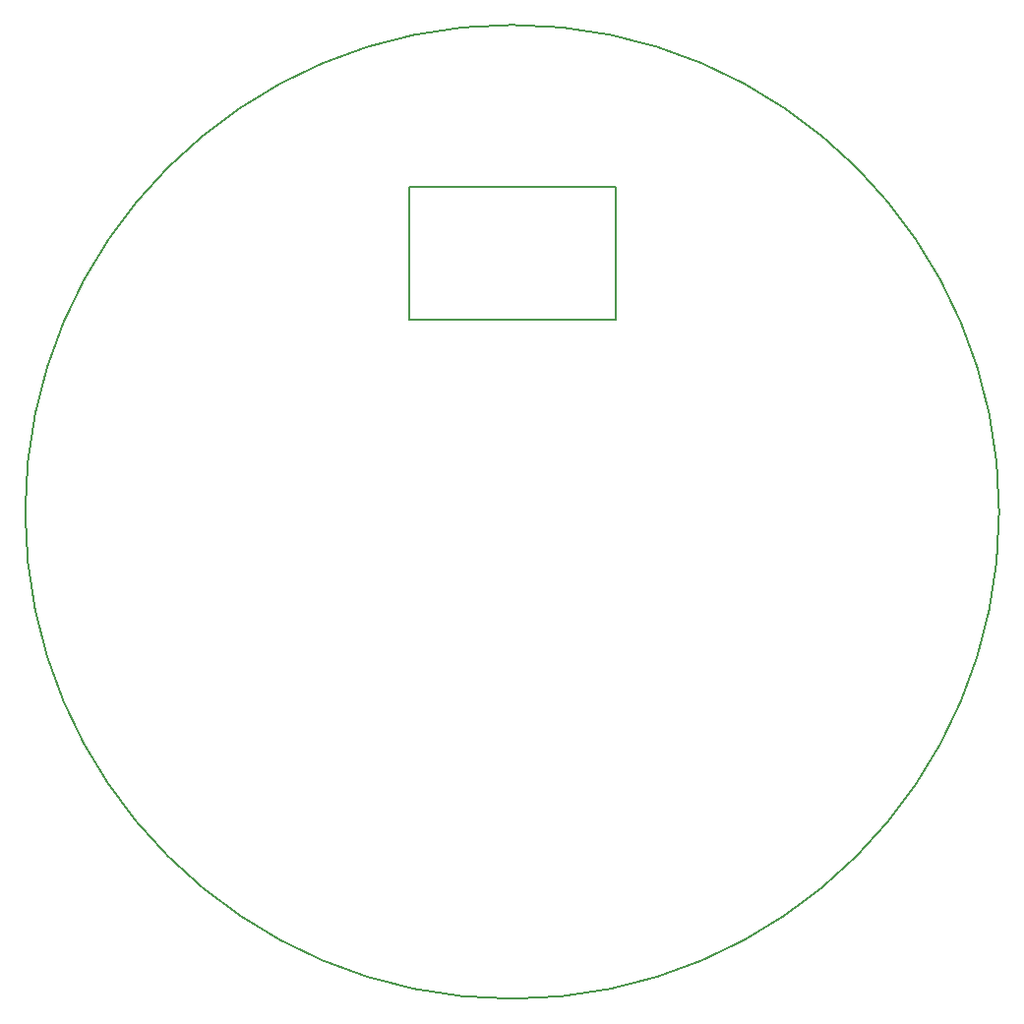
<source format=gbr>
%TF.GenerationSoftware,KiCad,Pcbnew,(5.1.10)-1*%
%TF.CreationDate,2022-01-27T09:42:42-08:00*%
%TF.ProjectId,Hive PCB v0.1,48697665-2050-4434-9220-76302e312e6b,rev?*%
%TF.SameCoordinates,Original*%
%TF.FileFunction,Profile,NP*%
%FSLAX46Y46*%
G04 Gerber Fmt 4.6, Leading zero omitted, Abs format (unit mm)*
G04 Created by KiCad (PCBNEW (5.1.10)-1) date 2022-01-27 09:42:42*
%MOMM*%
%LPD*%
G01*
G04 APERTURE LIST*
%TA.AperFunction,Profile*%
%ADD10C,0.150000*%
%TD*%
G04 APERTURE END LIST*
D10*
X130810000Y-85090000D02*
X148590000Y-85090000D01*
X130810000Y-73660000D02*
X130810000Y-85090000D01*
X148590000Y-73660000D02*
X130810000Y-73660000D01*
X148590000Y-85090000D02*
X148590000Y-73660000D01*
X181610000Y-101600000D02*
G75*
G03*
X181610000Y-101600000I-41910000J0D01*
G01*
M02*

</source>
